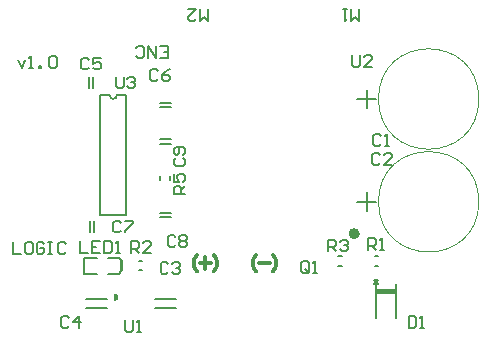
<source format=gto>
G04*
G04 #@! TF.GenerationSoftware,Altium Limited,Altium Designer,18.1.7 (191)*
G04*
G04 Layer_Color=65535*
%FSLAX24Y24*%
%MOIN*%
G70*
G01*
G75*
%ADD10C,0.0030*%
%ADD11C,0.0079*%
%ADD12C,0.0197*%
%ADD13C,0.0118*%
%ADD14C,0.0050*%
D10*
X15689Y7835D02*
G03*
X15689Y7835I-1673J0D01*
G01*
Y4409D02*
G03*
X15689Y4409I-1673J0D01*
G01*
D11*
X3553Y1133D02*
G03*
X3553Y1320I0J93D01*
G01*
X3379Y7967D02*
G03*
X3629Y7967I125J0D01*
G01*
X3553Y1218D02*
Y1320D01*
Y1133D02*
Y1234D01*
X3075Y3967D02*
Y7967D01*
Y3967D02*
X3933D01*
Y7967D01*
X3629D02*
X3933D01*
X3075D02*
X3379D01*
X157Y3071D02*
Y2677D01*
X420D01*
X748Y3071D02*
X617D01*
X551Y3005D01*
Y2743D01*
X617Y2677D01*
X748D01*
X813Y2743D01*
Y3005D01*
X748Y3071D01*
X1207Y3005D02*
X1141Y3071D01*
X1010D01*
X945Y3005D01*
Y2743D01*
X1010Y2677D01*
X1141D01*
X1207Y2743D01*
Y2874D01*
X1076D01*
X1338Y3071D02*
X1469D01*
X1404D01*
Y2677D01*
X1338D01*
X1469D01*
X1929Y3005D02*
X1863Y3071D01*
X1732D01*
X1666Y3005D01*
Y2743D01*
X1732Y2677D01*
X1863D01*
X1929Y2743D01*
X5053Y9213D02*
X5315D01*
Y9606D01*
X5053D01*
X5315Y9410D02*
X5184D01*
X4921Y9606D02*
Y9213D01*
X4659Y9606D01*
Y9213D01*
X4265Y9278D02*
X4331Y9213D01*
X4462D01*
X4528Y9278D01*
Y9541D01*
X4462Y9606D01*
X4331D01*
X4265Y9541D01*
X315Y9121D02*
X446Y8858D01*
X577Y9121D01*
X709Y8858D02*
X840D01*
X774D01*
Y9252D01*
X709Y9186D01*
X1037Y8858D02*
Y8924D01*
X1102D01*
Y8858D01*
X1037D01*
X1364Y9186D02*
X1430Y9252D01*
X1561D01*
X1627Y9186D01*
Y8924D01*
X1561Y8858D01*
X1430D01*
X1364Y8924D01*
Y9186D01*
X2034Y525D02*
X1968Y590D01*
X1837D01*
X1772Y525D01*
Y262D01*
X1837Y197D01*
X1968D01*
X2034Y262D01*
X2362Y197D02*
Y590D01*
X2165Y394D01*
X2428D01*
X12428Y6588D02*
X12362Y6653D01*
X12231D01*
X12165Y6588D01*
Y6325D01*
X12231Y6260D01*
X12362D01*
X12428Y6325D01*
X12559Y6260D02*
X12690D01*
X12625D01*
Y6653D01*
X12559Y6588D01*
X12388Y5958D02*
X12323Y6023D01*
X12192D01*
X12126Y5958D01*
Y5696D01*
X12192Y5630D01*
X12323D01*
X12388Y5696D01*
X12782Y5630D02*
X12520D01*
X12782Y5892D01*
Y5958D01*
X12716Y6023D01*
X12585D01*
X12520Y5958D01*
X5341Y2336D02*
X5276Y2401D01*
X5144D01*
X5079Y2336D01*
Y2073D01*
X5144Y2008D01*
X5276D01*
X5341Y2073D01*
X5472Y2336D02*
X5538Y2401D01*
X5669D01*
X5735Y2336D01*
Y2270D01*
X5669Y2205D01*
X5604D01*
X5669D01*
X5735Y2139D01*
Y2073D01*
X5669Y2008D01*
X5538D01*
X5472Y2073D01*
X5578Y5853D02*
X5512Y5787D01*
Y5656D01*
X5578Y5591D01*
X5840D01*
X5906Y5656D01*
Y5787D01*
X5840Y5853D01*
Y5984D02*
X5906Y6050D01*
Y6181D01*
X5840Y6247D01*
X5578D01*
X5512Y6181D01*
Y6050D01*
X5578Y5984D01*
X5643D01*
X5709Y6050D01*
Y6247D01*
X2703Y9147D02*
X2638Y9212D01*
X2507D01*
X2441Y9147D01*
Y8884D01*
X2507Y8819D01*
X2638D01*
X2703Y8884D01*
X3097Y9212D02*
X2835D01*
Y9016D01*
X2966Y9081D01*
X3031D01*
X3097Y9016D01*
Y8884D01*
X3031Y8819D01*
X2900D01*
X2835Y8884D01*
X4987Y8753D02*
X4921Y8819D01*
X4790D01*
X4724Y8753D01*
Y8491D01*
X4790Y8425D01*
X4921D01*
X4987Y8491D01*
X5380Y8819D02*
X5249Y8753D01*
X5118Y8622D01*
Y8491D01*
X5184Y8425D01*
X5315D01*
X5380Y8491D01*
Y8556D01*
X5315Y8622D01*
X5118D01*
X3766Y3714D02*
X3701Y3779D01*
X3570D01*
X3504Y3714D01*
Y3451D01*
X3570Y3386D01*
X3701D01*
X3766Y3451D01*
X3898Y3779D02*
X4160D01*
Y3714D01*
X3898Y3451D01*
Y3386D01*
X5577Y3241D02*
X5512Y3307D01*
X5381D01*
X5315Y3241D01*
Y2979D01*
X5381Y2913D01*
X5512D01*
X5577Y2979D01*
X5709Y3241D02*
X5774Y3307D01*
X5905D01*
X5971Y3241D01*
Y3176D01*
X5905Y3110D01*
X5971Y3045D01*
Y2979D01*
X5905Y2913D01*
X5774D01*
X5709Y2979D01*
Y3045D01*
X5774Y3110D01*
X5709Y3176D01*
Y3241D01*
X5774Y3110D02*
X5905D01*
X13346Y590D02*
Y197D01*
X13543D01*
X13609Y262D01*
Y525D01*
X13543Y590D01*
X13346D01*
X13740Y197D02*
X13871D01*
X13806D01*
Y590D01*
X13740Y525D01*
X2402Y3110D02*
Y2717D01*
X2664D01*
X3058Y3110D02*
X2795D01*
Y2717D01*
X3058D01*
X2795Y2913D02*
X2926D01*
X3189Y3110D02*
Y2717D01*
X3386D01*
X3451Y2782D01*
Y3045D01*
X3386Y3110D01*
X3189D01*
X3582Y2717D02*
X3713D01*
X3648D01*
Y3110D01*
X3582Y3045D01*
X11693Y10827D02*
Y10433D01*
X11562Y10564D01*
X11431Y10433D01*
Y10827D01*
X11299D02*
X11168D01*
X11234D01*
Y10433D01*
X11299Y10499D01*
X6654Y10827D02*
Y10433D01*
X6522Y10564D01*
X6391Y10433D01*
Y10827D01*
X5998D02*
X6260D01*
X5998Y10564D01*
Y10499D01*
X6063Y10433D01*
X6194D01*
X6260Y10499D01*
X10026Y2113D02*
Y2375D01*
X9961Y2441D01*
X9829D01*
X9764Y2375D01*
Y2113D01*
X9829Y2047D01*
X9961D01*
X9895Y2178D02*
X10026Y2047D01*
X9961D02*
X10026Y2113D01*
X10157Y2047D02*
X10289D01*
X10223D01*
Y2441D01*
X10157Y2375D01*
X12008Y2795D02*
Y3189D01*
X12205D01*
X12270Y3123D01*
Y2992D01*
X12205Y2926D01*
X12008D01*
X12139D02*
X12270Y2795D01*
X12401D02*
X12533D01*
X12467D01*
Y3189D01*
X12401Y3123D01*
X4094Y2717D02*
Y3110D01*
X4291D01*
X4357Y3045D01*
Y2913D01*
X4291Y2848D01*
X4094D01*
X4226D02*
X4357Y2717D01*
X4750D02*
X4488D01*
X4750Y2979D01*
Y3045D01*
X4685Y3110D01*
X4554D01*
X4488Y3045D01*
X10669Y2756D02*
Y3149D01*
X10866D01*
X10932Y3084D01*
Y2953D01*
X10866Y2887D01*
X10669D01*
X10800D02*
X10932Y2756D01*
X11063Y3084D02*
X11128Y3149D01*
X11260D01*
X11325Y3084D01*
Y3018D01*
X11260Y2953D01*
X11194D01*
X11260D01*
X11325Y2887D01*
Y2822D01*
X11260Y2756D01*
X11128D01*
X11063Y2822D01*
X5906Y4685D02*
X5512D01*
Y4882D01*
X5578Y4947D01*
X5709D01*
X5774Y4882D01*
Y4685D01*
Y4816D02*
X5906Y4947D01*
X5512Y5341D02*
Y5079D01*
X5709D01*
X5643Y5210D01*
Y5275D01*
X5709Y5341D01*
X5840D01*
X5906Y5275D01*
Y5144D01*
X5840Y5079D01*
X3898Y472D02*
Y144D01*
X3963Y79D01*
X4094D01*
X4160Y144D01*
Y472D01*
X4291Y79D02*
X4422D01*
X4357D01*
Y472D01*
X4291Y407D01*
X11457Y9291D02*
Y8963D01*
X11522Y8898D01*
X11653D01*
X11719Y8963D01*
Y9291D01*
X12113Y8898D02*
X11850D01*
X12113Y9160D01*
Y9226D01*
X12047Y9291D01*
X11916D01*
X11850Y9226D01*
X3583Y8583D02*
Y8255D01*
X3648Y8189D01*
X3779D01*
X3845Y8255D01*
Y8583D01*
X3976Y8517D02*
X4042Y8583D01*
X4173D01*
X4239Y8517D01*
Y8451D01*
X4173Y8386D01*
X4107D01*
X4173D01*
X4239Y8320D01*
Y8255D01*
X4173Y8189D01*
X4042D01*
X3976Y8255D01*
D12*
X11623Y3346D02*
G03*
X11623Y3346I-88J0D01*
G01*
D13*
X8265Y2641D02*
G03*
X8265Y2084I278J-278D01*
G01*
X8822D02*
G03*
X8822Y2641I-278J278D01*
G01*
X6296D02*
G03*
X6296Y2084I278J-278D01*
G01*
X6853D02*
G03*
X6853Y2641I-278J278D01*
G01*
X6575Y2165D02*
Y2559D01*
X6378Y2362D02*
X6772D01*
X8346D02*
X8740D01*
D14*
X2608Y1181D02*
X3298D01*
X2608Y866D02*
X3298D01*
X11634Y7835D02*
X12264D01*
X11949Y7520D02*
Y8150D01*
X11634Y4409D02*
X12264D01*
X11949Y4094D02*
Y4724D01*
X12264Y1457D02*
X12933D01*
X12264Y1378D02*
X12933D01*
Y531D02*
Y1673D01*
X12264Y532D02*
Y1673D01*
Y1417D02*
X12933D01*
X12264Y1673D02*
Y1791D01*
X12323Y1673D01*
X12205D02*
X12264Y1791D01*
X12205Y1673D02*
X12323D01*
X12205Y1791D02*
X12323D01*
X12223Y2601D02*
X12343D01*
X12223Y2281D02*
X12343D01*
X11003D02*
X11123D01*
X11003Y2601D02*
X11123D01*
X4891Y1181D02*
X5581D01*
X4891Y866D02*
X5581D01*
X3681Y2549D02*
X3760Y2470D01*
Y2096D02*
Y2470D01*
X3740Y2490D02*
X3809Y2421D01*
X3750Y2087D02*
X3809Y2146D01*
X3681Y2018D02*
X3760Y2096D01*
X3327Y2018D02*
X3681D01*
X3327Y2549D02*
X3681D01*
X2539Y2018D02*
Y2549D01*
Y2018D02*
X2972D01*
X2539Y2549D02*
X2972D01*
X3809Y2146D02*
Y2421D01*
X4349Y2123D02*
X4469D01*
X4349Y2443D02*
X4469D01*
X5049Y4046D02*
X5424D01*
X5049Y3906D02*
X5424D01*
X5396Y5137D02*
Y5257D01*
X5076Y5137D02*
Y5257D01*
X5049Y6487D02*
X5424D01*
X5049Y6347D02*
X5424D01*
X2865Y3395D02*
Y3770D01*
X2725Y3395D02*
Y3770D01*
X2686Y8198D02*
Y8573D01*
X2826Y8198D02*
Y8573D01*
X5049Y7708D02*
X5424D01*
X5049Y7568D02*
X5424D01*
M02*

</source>
